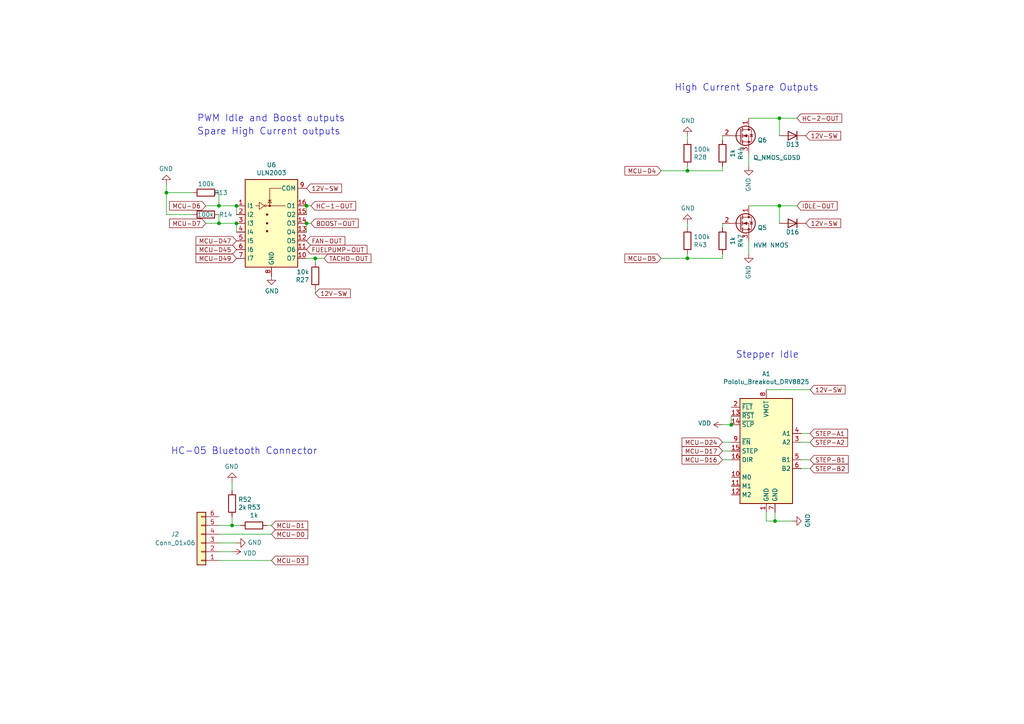
<source format=kicad_sch>
(kicad_sch (version 20230121) (generator eeschema)
  (paper "A4")
  (title_block (title "0.4") (date "2024-08-07") (rev "4e") (company "Speeduino") (comment 1 "Updated by Kenneth \"Cmdr_scotty\" Walters"))
  (lib_symbols
    (symbol "Connector_Generic:Conn_01x06" (pin_names (offset 1.016) hide)
      (property "Reference" "J" (at 0 7.62 0))
      (property "Value" "Conn_01x06" (at 0 -10.16 0))
      (symbol "Conn_01x06_1_1"
        (rectangle (start -1.27 -7.493) (end 0 -7.747) (stroke (width 0.1524)))
        (rectangle (start -1.27 -4.953) (end 0 -5.207) (stroke (width 0.1524)))
        (rectangle (start -1.27 -2.413) (end 0 -2.667) (stroke (width 0.1524)))
        (rectangle (start -1.27 0.127) (end 0 -0.127) (stroke (width 0.1524)))
        (rectangle (start -1.27 2.667) (end 0 2.413) (stroke (width 0.1524)))
        (rectangle (start -1.27 5.207) (end 0 4.953) (stroke (width 0.1524)))
        (rectangle (start -1.27 6.35) (end 1.27 -8.89) (stroke (width 0.254)) (fill (type background)))
        (pin passive line (at -5.08 5.08 0) (length 3.81) (name "Pin_1") (number "1"))
        (pin passive line (at -5.08 2.54 0) (length 3.81) (name "Pin_2") (number "2"))
        (pin passive line (at -5.08 0 0) (length 3.81) (name "Pin_3") (number "3"))
        (pin passive line (at -5.08 -2.54 0) (length 3.81) (name "Pin_4") (number "4"))
        (pin passive line (at -5.08 -5.08 0) (length 3.81) (name "Pin_5") (number "5"))
        (pin passive line (at -5.08 -7.62 0) (length 3.81) (name "Pin_6") (number "6"))
      )
    )
    (symbol "Device:D" (pin_numbers hide) (pin_names (offset 1.016) hide)
      (property "Reference" "D" (at 0 2.54 0))
      (property "Value" "D" (at 0 -2.54 0))
      (symbol "D_0_1"
        (polyline (pts (xy -1.27 1.27) (xy -1.27 -1.27)) (stroke (width 0.254)))
        (polyline (pts (xy 1.27 0) (xy -1.27 0)))
        (polyline (pts (xy 1.27 1.27) (xy 1.27 -1.27) (xy -1.27 0) (xy 1.27 1.27)) (stroke (width 0.254)))
      )
      (symbol "D_1_1"
        (pin passive line (at -3.81 0 0) (length 2.54) (name "K") (number "1"))
        (pin passive line (at 3.81 0 180) (length 2.54) (name "A") (number "2"))
      )
    )
    (symbol "Device:Q_NMOS_DGS" (pin_names (offset 0) hide)
      (property "Reference" "Q" (at 5.08 1.27 0))
      (property "Value" "Q_NMOS_DGS" (at 5.08 -1.27 0))
      (symbol "Q_NMOS_DGS_0_1"
        (polyline (pts (xy 0.254 0) (xy -2.54 0)))
        (polyline (pts (xy 0.254 1.905) (xy 0.254 -1.905)) (stroke (width 0.254)))
        (polyline (pts (xy 0.762 -1.27) (xy 0.762 -2.286)) (stroke (width 0.254)))
        (polyline (pts (xy 0.762 0.508) (xy 0.762 -0.508)) (stroke (width 0.254)))
        (polyline (pts (xy 0.762 2.286) (xy 0.762 1.27)) (stroke (width 0.254)))
        (polyline (pts (xy 2.54 2.54) (xy 2.54 1.778)))
        (polyline (pts (xy 2.54 -2.54) (xy 2.54 0) (xy 0.762 0)))
        (polyline (pts (xy 0.762 -1.778) (xy 3.302 -1.778) (xy 3.302 1.778) (xy 0.762 1.778)))
        (polyline (pts (xy 1.016 0) (xy 2.032 0.381) (xy 2.032 -0.381) (xy 1.016 0)) (fill (type outline)))
        (polyline (pts (xy 2.794 0.508) (xy 2.921 0.381) (xy 3.683 0.381) (xy 3.81 0.254)))
        (polyline (pts (xy 3.302 0.381) (xy 2.921 -0.254) (xy 3.683 -0.254) (xy 3.302 0.381)))
        (circle (center 1.651 0) (radius 2.794) (stroke (width 0.254)))
        (circle (center 2.54 -1.778) (radius 0.254) (fill (type outline)))
        (circle (center 2.54 1.778) (radius 0.254) (fill (type outline)))
      )
      (symbol "Q_NMOS_DGS_1_1"
        (pin passive line (at 2.54 5.08 270) (length 2.54) (name "D") (number "1"))
        (pin input line (at -5.08 0 0) (length 2.54) (name "G") (number "2"))
        (pin passive line (at 2.54 -5.08 90) (length 2.54) (name "S") (number "3"))
      )
    )
    (symbol "Device:R" (pin_numbers hide) (pin_names (offset 0))
      (property "Reference" "R" (at 2.032 0 90))
      (property "Value" "R" (at 0 0 90))
      (symbol "R_0_1"
        (rectangle (start -1.016 -2.54) (end 1.016 2.54) (stroke (width 0.254)))
      )
      (symbol "R_1_1"
        (pin passive line (at 0 3.81 270) (length 1.27) (name "~") (number "1"))
        (pin passive line (at 0 -3.81 90) (length 1.27) (name "~") (number "2"))
      )
    )
    (symbol "Driver_Motor:Pololu_Breakout_DRV8825"
      (property "Reference" "A" (at -2.54 16.51 0))
      (property "Value" "Pololu_Breakout_DRV8825" (at -2.54 13.97 0))
      (symbol "Pololu_Breakout_DRV8825_0_1"
        (rectangle (start 7.62 -17.78) (end -7.62 12.7) (stroke (width 0.254)) (fill (type background)))
      )
      (symbol "Pololu_Breakout_DRV8825_1_1"
        (pin power_in line (at 0 -20.32 90) (length 2.54) (name "GND") (number "1"))
        (pin input line (at -10.16 -10.16 0) (length 2.54) (name "M0") (number "10"))
        (pin input line (at -10.16 -12.7 0) (length 2.54) (name "M1") (number "11"))
        (pin input line (at -10.16 -15.24 0) (length 2.54) (name "M2") (number "12"))
        (pin input line (at -10.16 7.62 0) (length 2.54) (name "~{RST}") (number "13"))
        (pin input line (at -10.16 5.08 0) (length 2.54) (name "~{SLP}") (number "14"))
        (pin input line (at -10.16 -2.54 0) (length 2.54) (name "STEP") (number "15"))
        (pin input line (at -10.16 -5.08 0) (length 2.54) (name "DIR") (number "16"))
        (pin output line (at -10.16 10.16 0) (length 2.54) (name "~{FLT}") (number "2"))
        (pin output line (at 10.16 0 180) (length 2.54) (name "A2") (number "3"))
        (pin output line (at 10.16 2.54 180) (length 2.54) (name "A1") (number "4"))
        (pin output line (at 10.16 -5.08 180) (length 2.54) (name "B1") (number "5"))
        (pin output line (at 10.16 -7.62 180) (length 2.54) (name "B2") (number "6"))
        (pin power_in line (at 2.54 -20.32 90) (length 2.54) (name "GND") (number "7"))
        (pin power_in line (at 0 15.24 270) (length 2.54) (name "VMOT") (number "8"))
        (pin input line (at -10.16 0 0) (length 2.54) (name "~{EN}") (number "9"))
      )
    )
    (symbol "Transistor_Array:ULN2003"
      (property "Reference" "U" (at 0 15.875 0))
      (property "Value" "ULN2003" (at 0 13.97 0))
      (symbol "ULN2003_0_1"
        (rectangle (start -7.62 -12.7) (end 7.62 12.7) (stroke (width 0.254)) (fill (type background)))
        (circle (center -1.778 5.08) (radius 0.254))
        (circle (center -1.27 -2.286) (radius 0.254) (fill (type outline)))
        (circle (center -1.27 0) (radius 0.254) (fill (type outline)))
        (circle (center -1.27 2.54) (radius 0.254) (fill (type outline)))
        (circle (center -0.508 5.08) (radius 0.254) (fill (type outline)))
        (polyline (pts (xy -4.572 5.08) (xy -3.556 5.08)))
        (polyline (pts (xy -1.524 5.08) (xy 4.064 5.08)))
        (polyline (pts (xy 0 6.731) (xy -1.016 6.731)))
        (polyline (pts (xy -0.508 5.08) (xy -0.508 10.16) (xy 2.921 10.16)))
        (polyline (pts (xy -3.556 6.096) (xy -3.556 4.064) (xy -2.032 5.08) (xy -3.556 6.096)))
        (polyline (pts (xy 0 5.969) (xy -1.016 5.969) (xy -0.508 6.731) (xy 0 5.969)))
      )
      (symbol "ULN2003_1_1"
        (pin input line (at -10.16 5.08 0) (length 2.54) (name "I1") (number "1"))
        (pin open_collector line (at 10.16 -10.16 180) (length 2.54) (name "O7") (number "10"))
        (pin open_collector line (at 10.16 -7.62 180) (length 2.54) (name "O6") (number "11"))
        (pin open_collector line (at 10.16 -5.08 180) (length 2.54) (name "O5") (number "12"))
        (pin open_collector line (at 10.16 -2.54 180) (length 2.54) (name "O4") (number "13"))
        (pin open_collector line (at 10.16 0 180) (length 2.54) (name "O3") (number "14"))
        (pin open_collector line (at 10.16 2.54 180) (length 2.54) (name "O2") (number "15"))
        (pin open_collector line (at 10.16 5.08 180) (length 2.54) (name "O1") (number "16"))
        (pin input line (at -10.16 2.54 0) (length 2.54) (name "I2") (number "2"))
        (pin input line (at -10.16 0 0) (length 2.54) (name "I3") (number "3"))
        (pin input line (at -10.16 -2.54 0) (length 2.54) (name "I4") (number "4"))
        (pin input line (at -10.16 -5.08 0) (length 2.54) (name "I5") (number "5"))
        (pin input line (at -10.16 -7.62 0) (length 2.54) (name "I6") (number "6"))
        (pin input line (at -10.16 -10.16 0) (length 2.54) (name "I7") (number "7"))
        (pin power_in line (at 0 -15.24 90) (length 2.54) (name "GND") (number "8"))
        (pin passive line (at 10.16 10.16 180) (length 2.54) (name "COM") (number "9"))
      )
    )
    (symbol "power:GND" (power) (pin_names (offset 0))
      (property "Value" "GND" (at 0 -3.81 0))
      (symbol "GND_0_1"
        (polyline (pts (xy 0 0) (xy 0 -1.27) (xy 1.27 -1.27) (xy 0 -2.54) (xy -1.27 -1.27) (xy 0 -1.27)))
      )
      (symbol "GND_1_1"
        (pin power_in line (at 0 0 270) (length 0) hide (name "GND") (number "1"))
      )
    )
    (symbol "power:VDD" (power) (pin_names (offset 0))
      (property "Value" "VDD" (at 0 3.81 0))
      (symbol "VDD_0_1"
        (polyline (pts (xy -0.762 1.27) (xy 0 2.54)))
        (polyline (pts (xy 0 0) (xy 0 2.54)))
        (polyline (pts (xy 0 2.54) (xy 0.762 1.27)))
      )
      (symbol "VDD_1_1"
        (pin power_in line (at 0 0 90) (length 0) hide (name "VDD") (number "1"))
      )
    )
  )
  (junction (at 68.58 64.77))
  (junction (at 88.9 64.77))
  (junction (at 226.06 34.29))
  (junction (at 67.31 152.4))
  (junction (at 199.39 74.93))
  (junction (at 68.58 59.69))
  (junction (at 88.9 59.69))
  (junction (at 199.39 49.53))
  (junction (at 226.06 59.69))
  (junction (at 63.5 64.77))
  (junction (at 212.09 123.19))
  (junction (at 48.26 55.88))
  (junction (at 91.44 74.93))
  (junction (at 63.5 59.69))
  (junction (at 224.79 151.13))
  (wire (pts (xy 63.5 59.69) (xy 68.58 59.69)))
  (wire (pts (xy 191.77 74.93) (xy 199.39 74.93)))
  (wire (pts (xy 67.31 152.4) (xy 69.85 152.4)))
  (wire (pts (xy 63.5 162.56) (xy 78.74 162.56)))
  (wire (pts (xy 68.58 157.48) (xy 63.5 157.48)))
  (wire (pts (xy 224.79 148.59) (xy 224.79 151.13)))
  (wire (pts (xy 209.55 64.77) (xy 209.55 66.04)))
  (wire (pts (xy 68.58 64.77) (xy 68.58 67.31)))
  (wire (pts (xy 59.69 59.69) (xy 63.5 59.69)))
  (wire (pts (xy 67.31 139.7) (xy 67.31 142.24)))
  (wire (pts (xy 63.5 64.77) (xy 68.58 64.77)))
  (wire (pts (xy 90.17 64.77) (xy 88.9 64.77)))
  (wire (pts (xy 229.87 151.13) (xy 224.79 151.13)))
  (wire (pts (xy 199.39 49.53) (xy 209.55 49.53)))
  (wire (pts (xy 48.26 62.23) (xy 55.88 62.23)))
  (wire (pts (xy 226.06 34.29) (xy 231.14 34.29)))
  (wire (pts (xy 48.26 53.34) (xy 48.26 55.88)))
  (wire (pts (xy 222.25 113.03) (xy 234.95 113.03)))
  (wire (pts (xy 88.9 62.23) (xy 88.9 59.69)))
  (wire (pts (xy 59.69 64.77) (xy 63.5 64.77)))
  (wire (pts (xy 63.5 62.23) (xy 63.5 64.77)))
  (wire (pts (xy 226.06 59.69) (xy 231.14 59.69)))
  (wire (pts (xy 226.06 64.77) (xy 226.06 59.69)))
  (wire (pts (xy 234.95 128.27) (xy 232.41 128.27)))
  (wire (pts (xy 68.58 59.69) (xy 68.58 62.23)))
  (wire (pts (xy 199.39 74.93) (xy 209.55 74.93)))
  (wire (pts (xy 63.5 152.4) (xy 67.31 152.4)))
  (wire (pts (xy 191.77 49.53) (xy 199.39 49.53)))
  (wire (pts (xy 209.55 123.19) (xy 212.09 123.19)))
  (wire (pts (xy 67.31 149.86) (xy 67.31 152.4)))
  (wire (pts (xy 91.44 85.09) (xy 91.44 83.82)))
  (wire (pts (xy 209.55 128.27) (xy 212.09 128.27)))
  (wire (pts (xy 199.39 64.77) (xy 199.39 66.04)))
  (wire (pts (xy 91.44 76.2) (xy 91.44 74.93)))
  (wire (pts (xy 234.95 135.89) (xy 232.41 135.89)))
  (wire (pts (xy 199.39 39.37) (xy 199.39 40.64)))
  (wire (pts (xy 224.79 151.13) (xy 222.25 151.13)))
  (wire (pts (xy 222.25 151.13) (xy 222.25 148.59)))
  (wire (pts (xy 209.55 133.35) (xy 212.09 133.35)))
  (wire (pts (xy 212.09 123.19) (xy 212.09 120.65)))
  (wire (pts (xy 232.41 133.35) (xy 234.95 133.35)))
  (wire (pts (xy 77.47 152.4) (xy 78.74 152.4)))
  (wire (pts (xy 63.5 55.88) (xy 63.5 59.69)))
  (wire (pts (xy 217.17 59.69) (xy 226.06 59.69)))
  (wire (pts (xy 232.41 125.73) (xy 234.95 125.73)))
  (wire (pts (xy 48.26 55.88) (xy 55.88 55.88)))
  (wire (pts (xy 67.31 160.02) (xy 63.5 160.02)))
  (wire (pts (xy 209.55 73.66) (xy 209.55 74.93)))
  (wire (pts (xy 217.17 73.66) (xy 217.17 69.85)))
  (wire (pts (xy 90.17 59.69) (xy 88.9 59.69)))
  (wire (pts (xy 212.09 130.81) (xy 209.55 130.81)))
  (wire (pts (xy 226.06 39.37) (xy 226.06 34.29)))
  (wire (pts (xy 209.55 39.37) (xy 209.55 40.64)))
  (wire (pts (xy 91.44 74.93) (xy 93.98 74.93)))
  (wire (pts (xy 88.9 74.93) (xy 91.44 74.93)))
  (wire (pts (xy 209.55 48.26) (xy 209.55 49.53)))
  (wire (pts (xy 88.9 67.31) (xy 88.9 64.77)))
  (wire (pts (xy 199.39 49.53) (xy 199.39 48.26)))
  (wire (pts (xy 199.39 74.93) (xy 199.39 73.66)))
  (wire (pts (xy 78.74 154.94) (xy 63.5 154.94)))
  (wire (pts (xy 217.17 48.26) (xy 217.17 44.45)))
  (wire (pts (xy 217.17 34.29) (xy 226.06 34.29)))
  (wire (pts (xy 48.26 55.88) (xy 48.26 62.23)))
  (text "Stepper Idle" (at 213.36 104.14 0) (effects (font (size 1.9812 1.9812)) (justify left bottom)))
  (text "Spare High Current outputs" (at 57.15 39.37 0) (effects (font (size 1.9812 1.9812)) (justify left bottom)))
  (text "PWM Idle and Boost outputs" (at 57.15 35.56 0) (effects (font (size 1.9812 1.9812)) (justify left bottom)))
  (text "HC-05 Bluetooth Connector" (at 49.53 132.08 0) (effects (font (size 1.9812 1.9812)) (justify left bottom)))
  (text "High Current Spare Outputs" (at 195.58 26.67 0) (effects (font (size 1.9812 1.9812)) (justify left bottom)))
  (global_label "12V-SW" (shape input) (at 88.9 54.61 0) (property "Intersheetrefs" "${INTERSHEET_REFS}" (effects hide)))
  (global_label "FAN-OUT" (shape input) (at 88.9 69.85 0) (property "Intersheetrefs" "${INTERSHEET_REFS}" (effects hide)))
  (global_label "MCU-D7" (shape input) (at 59.69 64.77 180) (property "Intersheetrefs" "${INTERSHEET_REFS}" (effects hide)))
  (global_label "HC-2-OUT" (shape input) (at 231.14 34.29 0) (property "Intersheetrefs" "${INTERSHEET_REFS}" (effects hide)))
  (global_label "FUELPUMP-OUT" (shape input) (at 88.9 72.39 0) (property "Intersheetrefs" "${INTERSHEET_REFS}" (effects hide)))
  (global_label "STEP-B2" (shape input) (at 234.95 135.89 0) (property "Intersheetrefs" "${INTERSHEET_REFS}" (effects hide)))
  (global_label "STEP-A1" (shape input) (at 234.95 125.73 0) (property "Intersheetrefs" "${INTERSHEET_REFS}" (effects hide)))
  (global_label "MCU-D45" (shape input) (at 68.58 72.39 180) (property "Intersheetrefs" "${INTERSHEET_REFS}" (effects hide)))
  (global_label "12V-SW" (shape input) (at 233.68 39.37 0) (property "Intersheetrefs" "${INTERSHEET_REFS}" (effects hide)))
  (global_label "MCU-D17" (shape input) (at 209.55 130.81 180) (property "Intersheetrefs" "${INTERSHEET_REFS}" (effects hide)))
  (global_label "MCU-D0" (shape input) (at 78.74 154.94 0) (property "Intersheetrefs" "${INTERSHEET_REFS}" (effects hide)))
  (global_label "12V-SW" (shape input) (at 233.68 64.77 0) (property "Intersheetrefs" "${INTERSHEET_REFS}" (effects hide)))
  (global_label "12V-SW" (shape input) (at 91.44 85.09 0) (property "Intersheetrefs" "${INTERSHEET_REFS}" (effects hide)))
  (global_label "STEP-B1" (shape input) (at 234.95 133.35 0) (property "Intersheetrefs" "${INTERSHEET_REFS}" (effects hide)))
  (global_label "MCU-D5" (shape input) (at 191.77 74.93 180) (property "Intersheetrefs" "${INTERSHEET_REFS}" (effects hide)))
  (global_label "MCU-D3" (shape input) (at 78.74 162.56 0) (property "Intersheetrefs" "${INTERSHEET_REFS}" (effects hide)))
  (global_label "12V-SW" (shape input) (at 234.95 113.03 0) (property "Intersheetrefs" "${INTERSHEET_REFS}" (effects hide)))
  (global_label "TACHO-OUT" (shape input) (at 93.98 74.93 0) (property "Intersheetrefs" "${INTERSHEET_REFS}" (effects hide)))
  (global_label "MCU-D24" (shape input) (at 209.55 128.27 180) (property "Intersheetrefs" "${INTERSHEET_REFS}" (effects hide)))
  (global_label "MCU-D1" (shape input) (at 78.74 152.4 0) (property "Intersheetrefs" "${INTERSHEET_REFS}" (effects hide)))
  (global_label "MCU-D4" (shape input) (at 191.77 49.53 180) (property "Intersheetrefs" "${INTERSHEET_REFS}" (effects hide)))
  (global_label "BOOST-OUT" (shape input) (at 90.17 64.77 0) (property "Intersheetrefs" "${INTERSHEET_REFS}" (effects hide)))
  (global_label "IDLE-OUT" (shape input) (at 231.14 59.69 0) (property "Intersheetrefs" "${INTERSHEET_REFS}" (effects hide)))
  (global_label "STEP-A2" (shape input) (at 234.95 128.27 0) (property "Intersheetrefs" "${INTERSHEET_REFS}" (effects hide)))
  (global_label "MCU-D47" (shape input) (at 68.58 69.85 180) (property "Intersheetrefs" "${INTERSHEET_REFS}" (effects hide)))
  (global_label "MCU-D6" (shape input) (at 59.69 59.69 180) (property "Intersheetrefs" "${INTERSHEET_REFS}" (effects hide)))
  (global_label "MCU-D16" (shape input) (at 209.55 133.35 180) (property "Intersheetrefs" "${INTERSHEET_REFS}" (effects hide)))
  (global_label "HC-1-OUT" (shape input) (at 90.17 59.69 0) (property "Intersheetrefs" "${INTERSHEET_REFS}" (effects hide)))
  (global_label "MCU-D49" (shape input) (at 68.58 74.93 180) (property "Intersheetrefs" "${INTERSHEET_REFS}" (effects hide)))
  (symbol (lib_id "Connector_Generic:Conn_01x06") (at 58.42 157.48 180) (unit 1)
    (property "Reference" "J2" (at 50.8 154.94 0))
    (property "Value" "Conn_01x06" (at 50.8 157.48 0))
    (property "Footprint" "Connector_PinHeader_2.54mm:PinHeader_1x06_P2.54mm_Vertical" (effects hide))
  )
  (symbol (lib_id "power:VDD") (at 67.31 160.02 270) (unit 1)
    (property "Reference" "#PWR061" (effects hide))
    (property "Value" "VDD" (at 70.5612 160.4518 90) (effects (justify left)))
  )
  (symbol (lib_id "power:GND") (at 68.58 157.48 90) (unit 1)
    (property "Reference" "#PWR062" (effects hide))
    (property "Value" "GND" (at 71.8312 157.353 90) (effects (justify right)))
  )
  (symbol (lib_id "Device:R") (at 73.66 152.4 270) (unit 1)
    (property "Reference" "R53" (at 73.66 147.1422 90))
    (property "Value" "1k" (at 73.66 149.4536 90))
    (property "Footprint" "Resistor_THT:R_Axial_DIN0204_L3.6mm_D1.6mm_P5.08mm_Horizontal" (effects hide))
    (property "Digikey Part Number" "BC1.00KXCT-ND" (effects hide))
    (property "Manufacturer_Name" "Vishay" (effects hide))
    (property "Manufacturer_Part_Number" "MBA02040C1001FRP00" (effects hide))
  )
  (symbol (lib_id "Device:R") (at 67.31 146.05 180) (unit 1)
    (property "Reference" "R52" (at 69.088 144.8816 0) (effects (justify right)))
    (property "Value" "2k" (at 69.088 147.193 0) (effects (justify right)))
    (property "Footprint" "Resistor_THT:R_Axial_DIN0204_L3.6mm_D1.6mm_P5.08mm_Horizontal" (effects hide))
    (property "Digikey Part Number" "BC3254CT-ND" (effects hide))
    (property "Manufacturer_Name" "Vishay" (effects hide))
    (property "Manufacturer_Part_Number" "MBA02040C2001FCT00" (effects hide))
    (property "URL" "https://www.digikey.com.au/product-detail/en/vishay-beyschlag-draloric-bc-components/MBA02040C2001FCT00/BC3254CT-ND/6138757" (effects hide))
  )
  (symbol (lib_id "power:GND") (at 67.31 139.7 180) (unit 1)
    (property "Reference" "#PWR060" (effects hide))
    (property "Value" "GND" (at 67.183 135.3058 0))
  )
  (symbol (lib_id "Driver_Motor:Pololu_Breakout_DRV8825") (at 222.25 128.27 0) (unit 1)
    (property "Reference" "A1" (at 222.25 108.4326 0))
    (property "Value" "Pololu_Breakout_DRV8825" (at 222.25 110.744 0))
    (property "Footprint" "Module:Pololu_Breakout-16_15.2x20.3mm" (effects hide))
    (property "Datasheet" "https://www.pololu.com/product/2982" (effects hide))
  )
  (symbol (lib_id "power:GND") (at 229.87 151.13 90) (unit 1)
    (property "Reference" "#PWR0110" (effects hide))
    (property "Value" "GND" (at 234.2642 151.003 0))
  )
  (symbol (lib_id "power:VDD") (at 209.55 123.19 90) (unit 1)
    (property "Reference" "#PWR0111" (effects hide))
    (property "Value" "VDD" (at 206.2988 122.7582 90) (effects (justify left)))
  )
  (symbol (lib_id "Transistor_Array:ULN2003") (at 78.74 64.77 0) (unit 1)
    (property "Reference" "U6" (at 78.74 47.8282 0))
    (property "Value" "ULN2003" (at 78.74 50.1396 0))
    (property "Footprint" "Package_DIP:DIP-16_W7.62mm" (effects hide))
    (property "Datasheet" "http://www.ti.com/lit/ds/symlink/uln2003a.pdf" (effects hide))
    (property "Digikey Part Number" "296-16971-5-ND" (effects hide))
    (property "Manufacturer_Name" "TI" (effects hide))
    (property "Manufacturer_Part_Number" "ULN2003AIN‎ " (effects hide))
    (property "URL" "https://www.digikey.com.au/product-detail/en/ULN2003AIN/296-16971-5-ND/653041?itemSeq=364547977" (effects hide))
  )
  (symbol (lib_id "power:GND") (at 78.74 80.01 0) (unit 1)
    (property "Reference" "#PWR0114" (effects hide))
    (property "Value" "GND" (at 78.867 84.4042 0))
  )
  (symbol (lib_id "Device:R") (at 59.69 55.88 270) (unit 1)
    (property "Reference" "R13" (at 66.04 55.88 90) (effects (justify right)))
    (property "Value" "100k" (at 62.23 53.34 90) (effects (justify right)))
    (property "Footprint" "Resistor_THT:R_Axial_DIN0204_L3.6mm_D1.6mm_P5.08mm_Horizontal" (effects hide))
    (property "Digikey Part Number" "BC3240CT-ND" (effects hide))
    (property "Manufacturer_Name" "Vishay" (effects hide))
    (property "Manufacturer_Part_Number" "MBA02040C1003FCT00" (effects hide))
    (property "URL" "https://www.digikey.com.au/product-detail/en/vishay-beyschlag-draloric-bc-components/MBA02040C1003FCT00/BC3240CT-ND/6138743" (effects hide))
  )
  (symbol (lib_id "power:GND") (at 48.26 53.34 180) (unit 1)
    (property "Reference" "#PWR0124" (effects hide))
    (property "Value" "GND" (at 48.133 48.9458 0))
  )
  (symbol (lib_id "Device:R") (at 91.44 80.01 0) (unit 1)
    (property "Reference" "R27" (at 89.662 81.1784 0) (effects (justify right)))
    (property "Value" "10k" (at 89.662 78.867 0) (effects (justify right)))
    (property "Footprint" "Resistor_THT:R_Axial_DIN0204_L3.6mm_D1.6mm_P5.08mm_Horizontal" (effects hide))
    (property "Digikey Part Number" "BC10.0KXCT-ND" (effects hide))
    (property "Manufacturer_Name" "Vishay" (effects hide))
    (property "Manufacturer_Part_Number" "MBA02040C1002FRP00" (effects hide))
    (property "URL" "https://www.digikey.com.au/product-detail/en/vishay-beyschlag-draloric-bc-components/MBA02040C1002FRP00/BC10-0KXCT-ND/336866" (effects hide))
  )
  (symbol (lib_id "Device:R") (at 59.69 62.23 90) (unit 1)
    (property "Reference" "R14" (at 63.5 62.23 90) (effects (justify right)))
    (property "Value" "100k" (at 57.15 62.23 90) (effects (justify right)))
    (property "Footprint" "Resistor_THT:R_Axial_DIN0204_L3.6mm_D1.6mm_P5.08mm_Horizontal" (effects hide))
    (property "Digikey Part Number" "BC3240CT-ND" (effects hide))
    (property "Manufacturer_Name" "Vishay" (effects hide))
    (property "Manufacturer_Part_Number" "MBA02040C1003FCT00" (effects hide))
    (property "URL" "https://www.digikey.com.au/product-detail/en/vishay-beyschlag-draloric-bc-components/MBA02040C1003FCT00/BC3240CT-ND/6138743" (effects hide))
  )
  (symbol (lib_id "power:GND") (at 217.17 73.66 0) (mirror y) (unit 1)
    (property "Reference" "#PWR0105" (effects hide))
    (property "Value" "GND" (at 217.043 76.9112 90) (effects (justify right)))
    (instances (project "v0.4.3e" (path "" (reference "#PWR0105") (unit 1)) (path "" (reference "#PWR?") (unit 1))))
  )
  (symbol (lib_id "Device:R") (at 199.39 69.85 0) (mirror y) (unit 1)
    (property "Reference" "R43" (at 201.168 71.0184 0) (effects (justify right)))
    (property "Value" "100k" (at 201.168 68.707 0) (effects (justify right)))
    (property "Footprint" "Resistor_THT:R_Axial_DIN0204_L3.6mm_D1.6mm_P5.08mm_Horizontal" (effects hide))
    (property "Digikey Part Number" "BC3240CT-ND" (effects hide))
    (property "Manufacturer_Name" "Vishay" (effects hide))
    (property "Manufacturer_Part_Number" "MBA02040C1003FCT00" (effects hide))
    (property "URL" "https://www.digikey.com.au/product-detail/en/vishay-beyschlag-draloric-bc-components/MBA02040C1003FCT00/BC3240CT-ND/6138743" (effects hide))
    (instances (project "v0.4.3e" (path "" (reference "R43") (unit 1)) (path "" (reference "R?") (unit 1))))
  )
  (symbol (lib_id "power:GND") (at 199.39 64.77 0) (mirror x) (unit 1)
    (property "Reference" "#PWR0125" (effects hide))
    (property "Value" "GND" (at 199.517 60.3758 0))
    (instances (project "v0.4.3e" (path "" (reference "#PWR0125") (unit 1)) (path "" (reference "#PWR?") (unit 1))))
  )
  (symbol (lib_id "Device:R") (at 209.55 69.85 180) (unit 1)
    (property "Reference" "R47" (at 214.8078 69.85 90))
    (property "Value" "1k" (at 212.4964 69.85 90))
    (property "Footprint" "Resistor_THT:R_Axial_DIN0204_L3.6mm_D1.6mm_P5.08mm_Horizontal" (effects hide))
    (property "Digikey Part Number" "BC1.00KXCT-ND" (effects hide))
    (property "Manufacturer_Name" "Vishay" (effects hide))
    (property "Manufacturer_Part_Number" "MBA02040C1001FRP00" (effects hide))
  )
  (symbol (lib_id "Device:D") (at 229.87 64.77 180) (unit 1)
    (property "Reference" "D16" (at 229.87 67.31 0))
    (property "Value" "D" (effects hide))
    (property "Footprint" "Diode_THT:D_DO-35_SOD27_P7.62mm_Horizontal" (effects hide))
    (property "Digikey Part Number" "1N914TAPGICT-ND" (effects hide))
    (property "Manufacturer_Name" "Vishay" (effects hide))
    (property "Manufacturer_Part_Number" "1N914TAP" (effects hide))
    (property "URL" "https://www.digikey.com.au/product-detail/en/vishay-general-semiconductor-diodes-division/1N914TAP/1N914TAPGICT-ND/8564478" (effects hide))
    (instances (project "v0.4.3e" (path "" (reference "D16") (unit 1)) (path "" (reference "D?") (unit 1))))
  )
  (symbol (lib_id "power:GND") (at 217.17 48.26 0) (mirror y) (unit 1)
    (property "Reference" "#PWR0126" (effects hide))
    (property "Value" "GND" (at 217.043 51.5112 90) (effects (justify right)))
    (instances (project "v0.4.3e" (path "" (reference "#PWR0126") (unit 1)) (path "" (reference "#PWR?") (unit 1))))
  )
  (symbol (lib_id "Device:R") (at 199.39 44.45 0) (mirror y) (unit 1)
    (property "Reference" "R28" (at 201.168 45.6184 0) (effects (justify right)))
    (property "Value" "100k" (at 201.168 43.307 0) (effects (justify right)))
    (property "Footprint" "Resistor_THT:R_Axial_DIN0204_L3.6mm_D1.6mm_P5.08mm_Horizontal" (effects hide))
    (property "Digikey Part Number" "BC3240CT-ND" (effects hide))
    (property "Manufacturer_Name" "Vishay" (effects hide))
    (property "Manufacturer_Part_Number" "MBA02040C1003FCT00" (effects hide))
    (property "URL" "https://www.digikey.com.au/product-detail/en/vishay-beyschlag-draloric-bc-components/MBA02040C1003FCT00/BC3240CT-ND/6138743" (effects hide))
    (instances (project "v0.4.3e" (path "" (reference "R28") (unit 1)) (path "" (reference "R?") (unit 1))))
  )
  (symbol (lib_id "power:GND") (at 199.39 39.37 0) (mirror x) (unit 1)
    (property "Reference" "#PWR0127" (effects hide))
    (property "Value" "GND" (at 199.517 34.9758 0))
    (instances (project "v0.4.3e" (path "" (reference "#PWR0127") (unit 1)) (path "" (reference "#PWR?") (unit 1))))
  )
  (symbol (lib_id "Device:Q_NMOS_DGS") (at 214.63 39.37 0) (unit 1)
    (property "Reference" "Q6" (at 219.71 40.64 0) (effects (justify left)))
    (property "Value" "Q_NMOS_GDSD" (at 218.44 45.72 0) (effects (justify left)))
    (property "Footprint" "Package_DIP:Vishay_HVM-DIP-3_W7.62mm" (effects hide))
    (property "Digikey Part Number" "IRLD024PBF-ND" (effects hide))
    (property "Manufacturer_Name" "Vishay" (effects hide))
    (property "Manufacturer_Part_Number" "IRLD024PBF" (effects hide))
    (property "URL" "https://www.digikey.com.au/product-detail/en/vishay-siliconix/IRLD024PBF/IRLD024PBF-ND/812492" (effects hide))
  )
  (symbol (lib_id "Device:R") (at 209.55 44.45 180) (unit 1)
    (property "Reference" "R44" (at 214.8078 44.45 90))
    (property "Value" "1k" (at 212.4964 44.45 90))
    (property "Footprint" "Resistor_THT:R_Axial_DIN0204_L3.6mm_D1.6mm_P5.08mm_Horizontal" (effects hide))
    (property "Digikey Part Number" "BC1.00KXCT-ND" (effects hide))
    (property "Manufacturer_Name" "Vishay" (effects hide))
    (property "Manufacturer_Part_Number" "MBA02040C1001FRP00" (effects hide))
  )
  (symbol (lib_id "Device:D") (at 229.87 39.37 180) (unit 1)
    (property "Reference" "D13" (at 229.87 41.91 0))
    (property "Value" "D" (effects hide))
    (property "Footprint" "Diode_THT:D_DO-35_SOD27_P7.62mm_Horizontal" (effects hide))
    (property "Digikey Part Number" "1N914TAPGICT-ND" (effects hide))
    (property "Manufacturer_Name" "Vishay" (effects hide))
    (property "Manufacturer_Part_Number" "1N914TAP" (effects hide))
    (property "URL" "https://www.digikey.com.au/product-detail/en/vishay-general-semiconductor-diodes-division/1N914TAP/1N914TAPGICT-ND/8564478" (effects hide))
    (instances (project "v0.4.3e" (path "" (reference "D13") (unit 1)) (path "" (reference "D?") (unit 1))))
  )
  (symbol (lib_id "Device:Q_NMOS_DGS") (at 214.63 64.77 0) (unit 1)
    (property "Reference" "Q5" (at 219.71 66.04 0) (effects (justify left)))
    (property "Value" "HVM NMOS" (at 218.44 71.12 0) (effects (justify left)))
    (property "Footprint" "Package_DIP:Vishay_HVM-DIP-3_W7.62mm" (effects hide))
    (property "Digikey Part Number" "IRLD024PBF-ND" (effects hide))
    (property "Manufacturer_Name" "Vishay" (effects hide))
    (property "Manufacturer_Part_Number" "IRLD024PBF" (effects hide))
    (property "URL" "https://www.digikey.com.au/product-detail/en/vishay-siliconix/IRLD024PBF/IRLD024PBF-ND/812492" (effects hide))
  )
)
</source>
